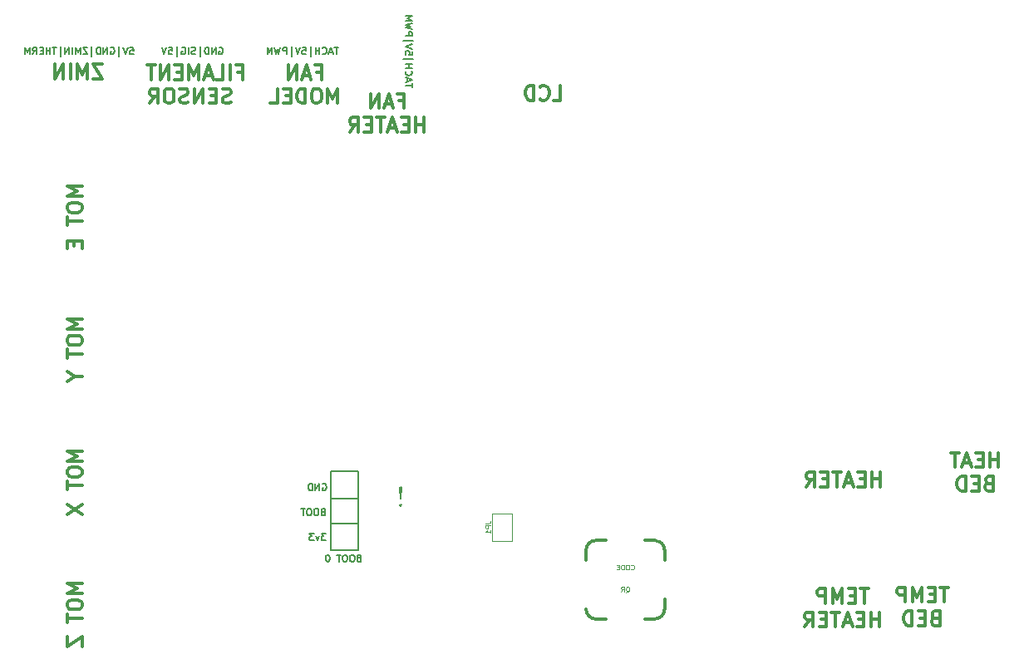
<source format=gbr>
%TF.GenerationSoftware,KiCad,Pcbnew,(6.0.2)*%
%TF.CreationDate,2022-04-18T10:54:02+08:00*%
%TF.ProjectId,BUDDY_v1.0.0,42554444-595f-4763-912e-302e302e6b69,v1.0.0*%
%TF.SameCoordinates,Original*%
%TF.FileFunction,Legend,Bot*%
%TF.FilePolarity,Positive*%
%FSLAX46Y46*%
G04 Gerber Fmt 4.6, Leading zero omitted, Abs format (unit mm)*
G04 Created by KiCad (PCBNEW (6.0.2)) date 2022-04-18 10:54:02*
%MOMM*%
%LPD*%
G01*
G04 APERTURE LIST*
%ADD10C,0.200000*%
%ADD11C,0.300000*%
%ADD12C,0.175000*%
%ADD13C,0.100000*%
%ADD14C,0.120000*%
G04 APERTURE END LIST*
D10*
X130810000Y-113030000D02*
X128016000Y-113030000D01*
X130810000Y-115697000D02*
X130810000Y-107696000D01*
X128016000Y-107696000D02*
X128016000Y-115697000D01*
X128016000Y-115697000D02*
X130810000Y-115697000D01*
X128016000Y-110490000D02*
X130810000Y-110490000D01*
X128016000Y-107696000D02*
X130810000Y-107696000D01*
D11*
X126563285Y-67011357D02*
X127063285Y-67011357D01*
X127063285Y-67797071D02*
X127063285Y-66297071D01*
X126349000Y-66297071D01*
X125849000Y-67368500D02*
X125134714Y-67368500D01*
X125991857Y-67797071D02*
X125491857Y-66297071D01*
X124991857Y-67797071D01*
X124491857Y-67797071D02*
X124491857Y-66297071D01*
X123634714Y-67797071D01*
X123634714Y-66297071D01*
X128670428Y-70212071D02*
X128670428Y-68712071D01*
X128170428Y-69783500D01*
X127670428Y-68712071D01*
X127670428Y-70212071D01*
X126670428Y-68712071D02*
X126384714Y-68712071D01*
X126241857Y-68783500D01*
X126099000Y-68926357D01*
X126027571Y-69212071D01*
X126027571Y-69712071D01*
X126099000Y-69997785D01*
X126241857Y-70140642D01*
X126384714Y-70212071D01*
X126670428Y-70212071D01*
X126813285Y-70140642D01*
X126956142Y-69997785D01*
X127027571Y-69712071D01*
X127027571Y-69212071D01*
X126956142Y-68926357D01*
X126813285Y-68783500D01*
X126670428Y-68712071D01*
X125384714Y-70212071D02*
X125384714Y-68712071D01*
X125027571Y-68712071D01*
X124813285Y-68783500D01*
X124670428Y-68926357D01*
X124599000Y-69069214D01*
X124527571Y-69354928D01*
X124527571Y-69569214D01*
X124599000Y-69854928D01*
X124670428Y-69997785D01*
X124813285Y-70140642D01*
X125027571Y-70212071D01*
X125384714Y-70212071D01*
X123884714Y-69426357D02*
X123384714Y-69426357D01*
X123170428Y-70212071D02*
X123884714Y-70212071D01*
X123884714Y-68712071D01*
X123170428Y-68712071D01*
X121813285Y-70212071D02*
X122527571Y-70212071D01*
X122527571Y-68712071D01*
D12*
X128761666Y-64513666D02*
X128361666Y-64513666D01*
X128561666Y-65213666D02*
X128561666Y-64513666D01*
X128161666Y-65013666D02*
X127828333Y-65013666D01*
X128228333Y-65213666D02*
X127995000Y-64513666D01*
X127761666Y-65213666D01*
X127128333Y-65147000D02*
X127161666Y-65180333D01*
X127261666Y-65213666D01*
X127328333Y-65213666D01*
X127428333Y-65180333D01*
X127495000Y-65113666D01*
X127528333Y-65047000D01*
X127561666Y-64913666D01*
X127561666Y-64813666D01*
X127528333Y-64680333D01*
X127495000Y-64613666D01*
X127428333Y-64547000D01*
X127328333Y-64513666D01*
X127261666Y-64513666D01*
X127161666Y-64547000D01*
X127128333Y-64580333D01*
X126828333Y-65213666D02*
X126828333Y-64513666D01*
X126828333Y-64847000D02*
X126428333Y-64847000D01*
X126428333Y-65213666D02*
X126428333Y-64513666D01*
X125928333Y-65447000D02*
X125928333Y-64447000D01*
X125095000Y-64513666D02*
X125428333Y-64513666D01*
X125461666Y-64847000D01*
X125428333Y-64813666D01*
X125361666Y-64780333D01*
X125195000Y-64780333D01*
X125128333Y-64813666D01*
X125095000Y-64847000D01*
X125061666Y-64913666D01*
X125061666Y-65080333D01*
X125095000Y-65147000D01*
X125128333Y-65180333D01*
X125195000Y-65213666D01*
X125361666Y-65213666D01*
X125428333Y-65180333D01*
X125461666Y-65147000D01*
X124861666Y-64513666D02*
X124628333Y-65213666D01*
X124395000Y-64513666D01*
X123995000Y-65447000D02*
X123995000Y-64447000D01*
X123495000Y-65213666D02*
X123495000Y-64513666D01*
X123228333Y-64513666D01*
X123161666Y-64547000D01*
X123128333Y-64580333D01*
X123095000Y-64647000D01*
X123095000Y-64747000D01*
X123128333Y-64813666D01*
X123161666Y-64847000D01*
X123228333Y-64880333D01*
X123495000Y-64880333D01*
X122861666Y-64513666D02*
X122695000Y-65213666D01*
X122561666Y-64713666D01*
X122428333Y-65213666D01*
X122261666Y-64513666D01*
X121995000Y-65213666D02*
X121995000Y-64513666D01*
X121761666Y-65013666D01*
X121528333Y-64513666D01*
X121528333Y-65213666D01*
X136273333Y-68563666D02*
X136273333Y-68163666D01*
X135573333Y-68363666D02*
X136273333Y-68363666D01*
X135773333Y-67963666D02*
X135773333Y-67630333D01*
X135573333Y-68030333D02*
X136273333Y-67797000D01*
X135573333Y-67563666D01*
X135640000Y-66930333D02*
X135606666Y-66963666D01*
X135573333Y-67063666D01*
X135573333Y-67130333D01*
X135606666Y-67230333D01*
X135673333Y-67297000D01*
X135740000Y-67330333D01*
X135873333Y-67363666D01*
X135973333Y-67363666D01*
X136106666Y-67330333D01*
X136173333Y-67297000D01*
X136240000Y-67230333D01*
X136273333Y-67130333D01*
X136273333Y-67063666D01*
X136240000Y-66963666D01*
X136206666Y-66930333D01*
X135573333Y-66630333D02*
X136273333Y-66630333D01*
X135940000Y-66630333D02*
X135940000Y-66230333D01*
X135573333Y-66230333D02*
X136273333Y-66230333D01*
X135340000Y-65730333D02*
X136340000Y-65730333D01*
X136273333Y-64897000D02*
X136273333Y-65230333D01*
X135940000Y-65263666D01*
X135973333Y-65230333D01*
X136006666Y-65163666D01*
X136006666Y-64997000D01*
X135973333Y-64930333D01*
X135940000Y-64897000D01*
X135873333Y-64863666D01*
X135706666Y-64863666D01*
X135640000Y-64897000D01*
X135606666Y-64930333D01*
X135573333Y-64997000D01*
X135573333Y-65163666D01*
X135606666Y-65230333D01*
X135640000Y-65263666D01*
X136273333Y-64663666D02*
X135573333Y-64430333D01*
X136273333Y-64197000D01*
X135340000Y-63797000D02*
X136340000Y-63797000D01*
X135573333Y-63297000D02*
X136273333Y-63297000D01*
X136273333Y-63030333D01*
X136240000Y-62963666D01*
X136206666Y-62930333D01*
X136140000Y-62897000D01*
X136040000Y-62897000D01*
X135973333Y-62930333D01*
X135940000Y-62963666D01*
X135906666Y-63030333D01*
X135906666Y-63297000D01*
X136273333Y-62663666D02*
X135573333Y-62497000D01*
X136073333Y-62363666D01*
X135573333Y-62230333D01*
X136273333Y-62063666D01*
X135573333Y-61797000D02*
X136273333Y-61797000D01*
X135773333Y-61563666D01*
X136273333Y-61330333D01*
X135573333Y-61330333D01*
X116602333Y-64547000D02*
X116669000Y-64513666D01*
X116769000Y-64513666D01*
X116869000Y-64547000D01*
X116935666Y-64613666D01*
X116969000Y-64680333D01*
X117002333Y-64813666D01*
X117002333Y-64913666D01*
X116969000Y-65047000D01*
X116935666Y-65113666D01*
X116869000Y-65180333D01*
X116769000Y-65213666D01*
X116702333Y-65213666D01*
X116602333Y-65180333D01*
X116569000Y-65147000D01*
X116569000Y-64913666D01*
X116702333Y-64913666D01*
X116269000Y-65213666D02*
X116269000Y-64513666D01*
X115869000Y-65213666D01*
X115869000Y-64513666D01*
X115535666Y-65213666D02*
X115535666Y-64513666D01*
X115369000Y-64513666D01*
X115269000Y-64547000D01*
X115202333Y-64613666D01*
X115169000Y-64680333D01*
X115135666Y-64813666D01*
X115135666Y-64913666D01*
X115169000Y-65047000D01*
X115202333Y-65113666D01*
X115269000Y-65180333D01*
X115369000Y-65213666D01*
X115535666Y-65213666D01*
X114669000Y-65447000D02*
X114669000Y-64447000D01*
X114202333Y-65180333D02*
X114102333Y-65213666D01*
X113935666Y-65213666D01*
X113869000Y-65180333D01*
X113835666Y-65147000D01*
X113802333Y-65080333D01*
X113802333Y-65013666D01*
X113835666Y-64947000D01*
X113869000Y-64913666D01*
X113935666Y-64880333D01*
X114069000Y-64847000D01*
X114135666Y-64813666D01*
X114169000Y-64780333D01*
X114202333Y-64713666D01*
X114202333Y-64647000D01*
X114169000Y-64580333D01*
X114135666Y-64547000D01*
X114069000Y-64513666D01*
X113902333Y-64513666D01*
X113802333Y-64547000D01*
X113502333Y-65213666D02*
X113502333Y-64513666D01*
X112802333Y-64547000D02*
X112869000Y-64513666D01*
X112969000Y-64513666D01*
X113069000Y-64547000D01*
X113135666Y-64613666D01*
X113169000Y-64680333D01*
X113202333Y-64813666D01*
X113202333Y-64913666D01*
X113169000Y-65047000D01*
X113135666Y-65113666D01*
X113069000Y-65180333D01*
X112969000Y-65213666D01*
X112902333Y-65213666D01*
X112802333Y-65180333D01*
X112769000Y-65147000D01*
X112769000Y-64913666D01*
X112902333Y-64913666D01*
X112302333Y-65447000D02*
X112302333Y-64447000D01*
X111469000Y-64513666D02*
X111802333Y-64513666D01*
X111835666Y-64847000D01*
X111802333Y-64813666D01*
X111735666Y-64780333D01*
X111569000Y-64780333D01*
X111502333Y-64813666D01*
X111469000Y-64847000D01*
X111435666Y-64913666D01*
X111435666Y-65080333D01*
X111469000Y-65147000D01*
X111502333Y-65180333D01*
X111569000Y-65213666D01*
X111735666Y-65213666D01*
X111802333Y-65180333D01*
X111835666Y-65147000D01*
X111235666Y-64513666D02*
X111002333Y-65213666D01*
X110769000Y-64513666D01*
D11*
X118522142Y-67011357D02*
X119022142Y-67011357D01*
X119022142Y-67797071D02*
X119022142Y-66297071D01*
X118307857Y-66297071D01*
X117736428Y-67797071D02*
X117736428Y-66297071D01*
X116307857Y-67797071D02*
X117022142Y-67797071D01*
X117022142Y-66297071D01*
X115879285Y-67368500D02*
X115165000Y-67368500D01*
X116022142Y-67797071D02*
X115522142Y-66297071D01*
X115022142Y-67797071D01*
X114522142Y-67797071D02*
X114522142Y-66297071D01*
X114022142Y-67368500D01*
X113522142Y-66297071D01*
X113522142Y-67797071D01*
X112807857Y-67011357D02*
X112307857Y-67011357D01*
X112093571Y-67797071D02*
X112807857Y-67797071D01*
X112807857Y-66297071D01*
X112093571Y-66297071D01*
X111450714Y-67797071D02*
X111450714Y-66297071D01*
X110593571Y-67797071D01*
X110593571Y-66297071D01*
X110093571Y-66297071D02*
X109236428Y-66297071D01*
X109665000Y-67797071D02*
X109665000Y-66297071D01*
X117807857Y-70140642D02*
X117593571Y-70212071D01*
X117236428Y-70212071D01*
X117093571Y-70140642D01*
X117022142Y-70069214D01*
X116950714Y-69926357D01*
X116950714Y-69783500D01*
X117022142Y-69640642D01*
X117093571Y-69569214D01*
X117236428Y-69497785D01*
X117522142Y-69426357D01*
X117665000Y-69354928D01*
X117736428Y-69283500D01*
X117807857Y-69140642D01*
X117807857Y-68997785D01*
X117736428Y-68854928D01*
X117665000Y-68783500D01*
X117522142Y-68712071D01*
X117165000Y-68712071D01*
X116950714Y-68783500D01*
X116307857Y-69426357D02*
X115807857Y-69426357D01*
X115593571Y-70212071D02*
X116307857Y-70212071D01*
X116307857Y-68712071D01*
X115593571Y-68712071D01*
X114950714Y-70212071D02*
X114950714Y-68712071D01*
X114093571Y-70212071D01*
X114093571Y-68712071D01*
X113450714Y-70140642D02*
X113236428Y-70212071D01*
X112879285Y-70212071D01*
X112736428Y-70140642D01*
X112665000Y-70069214D01*
X112593571Y-69926357D01*
X112593571Y-69783500D01*
X112665000Y-69640642D01*
X112736428Y-69569214D01*
X112879285Y-69497785D01*
X113165000Y-69426357D01*
X113307857Y-69354928D01*
X113379285Y-69283500D01*
X113450714Y-69140642D01*
X113450714Y-68997785D01*
X113379285Y-68854928D01*
X113307857Y-68783500D01*
X113165000Y-68712071D01*
X112807857Y-68712071D01*
X112593571Y-68783500D01*
X111665000Y-68712071D02*
X111379285Y-68712071D01*
X111236428Y-68783500D01*
X111093571Y-68926357D01*
X111022142Y-69212071D01*
X111022142Y-69712071D01*
X111093571Y-69997785D01*
X111236428Y-70140642D01*
X111379285Y-70212071D01*
X111665000Y-70212071D01*
X111807857Y-70140642D01*
X111950714Y-69997785D01*
X112022142Y-69712071D01*
X112022142Y-69212071D01*
X111950714Y-68926357D01*
X111807857Y-68783500D01*
X111665000Y-68712071D01*
X109522142Y-70212071D02*
X110022142Y-69497785D01*
X110379285Y-70212071D02*
X110379285Y-68712071D01*
X109807857Y-68712071D01*
X109665000Y-68783500D01*
X109593571Y-68854928D01*
X109522142Y-68997785D01*
X109522142Y-69212071D01*
X109593571Y-69354928D01*
X109665000Y-69426357D01*
X109807857Y-69497785D01*
X110379285Y-69497785D01*
X104735000Y-66234571D02*
X103735000Y-66234571D01*
X104735000Y-67734571D01*
X103735000Y-67734571D01*
X103163571Y-67734571D02*
X103163571Y-66234571D01*
X102663571Y-67306000D01*
X102163571Y-66234571D01*
X102163571Y-67734571D01*
X101449285Y-67734571D02*
X101449285Y-66234571D01*
X100735000Y-67734571D02*
X100735000Y-66234571D01*
X99877857Y-67734571D01*
X99877857Y-66234571D01*
D12*
X107528666Y-64513666D02*
X107862000Y-64513666D01*
X107895333Y-64847000D01*
X107862000Y-64813666D01*
X107795333Y-64780333D01*
X107628666Y-64780333D01*
X107562000Y-64813666D01*
X107528666Y-64847000D01*
X107495333Y-64913666D01*
X107495333Y-65080333D01*
X107528666Y-65147000D01*
X107562000Y-65180333D01*
X107628666Y-65213666D01*
X107795333Y-65213666D01*
X107862000Y-65180333D01*
X107895333Y-65147000D01*
X107295333Y-64513666D02*
X107062000Y-65213666D01*
X106828666Y-64513666D01*
X106428666Y-65447000D02*
X106428666Y-64447000D01*
X105562000Y-64547000D02*
X105628666Y-64513666D01*
X105728666Y-64513666D01*
X105828666Y-64547000D01*
X105895333Y-64613666D01*
X105928666Y-64680333D01*
X105962000Y-64813666D01*
X105962000Y-64913666D01*
X105928666Y-65047000D01*
X105895333Y-65113666D01*
X105828666Y-65180333D01*
X105728666Y-65213666D01*
X105662000Y-65213666D01*
X105562000Y-65180333D01*
X105528666Y-65147000D01*
X105528666Y-64913666D01*
X105662000Y-64913666D01*
X105228666Y-65213666D02*
X105228666Y-64513666D01*
X104828666Y-65213666D01*
X104828666Y-64513666D01*
X104495333Y-65213666D02*
X104495333Y-64513666D01*
X104328666Y-64513666D01*
X104228666Y-64547000D01*
X104162000Y-64613666D01*
X104128666Y-64680333D01*
X104095333Y-64813666D01*
X104095333Y-64913666D01*
X104128666Y-65047000D01*
X104162000Y-65113666D01*
X104228666Y-65180333D01*
X104328666Y-65213666D01*
X104495333Y-65213666D01*
X103628666Y-65447000D02*
X103628666Y-64447000D01*
X103195333Y-64513666D02*
X102728666Y-64513666D01*
X103195333Y-65213666D01*
X102728666Y-65213666D01*
X102462000Y-65213666D02*
X102462000Y-64513666D01*
X102228666Y-65013666D01*
X101995333Y-64513666D01*
X101995333Y-65213666D01*
X101662000Y-65213666D02*
X101662000Y-64513666D01*
X101328666Y-65213666D02*
X101328666Y-64513666D01*
X100928666Y-65213666D01*
X100928666Y-64513666D01*
X100428666Y-65447000D02*
X100428666Y-64447000D01*
X100028666Y-64513666D02*
X99628666Y-64513666D01*
X99828666Y-65213666D02*
X99828666Y-64513666D01*
X99395333Y-65213666D02*
X99395333Y-64513666D01*
X99395333Y-64847000D02*
X98995333Y-64847000D01*
X98995333Y-65213666D02*
X98995333Y-64513666D01*
X98662000Y-64847000D02*
X98428666Y-64847000D01*
X98328666Y-65213666D02*
X98662000Y-65213666D01*
X98662000Y-64513666D01*
X98328666Y-64513666D01*
X97628666Y-65213666D02*
X97862000Y-64880333D01*
X98028666Y-65213666D02*
X98028666Y-64513666D01*
X97762000Y-64513666D01*
X97695333Y-64547000D01*
X97662000Y-64580333D01*
X97628666Y-64647000D01*
X97628666Y-64747000D01*
X97662000Y-64813666D01*
X97695333Y-64847000D01*
X97762000Y-64880333D01*
X98028666Y-64880333D01*
X97328666Y-65213666D02*
X97328666Y-64513666D01*
X97095333Y-65013666D01*
X96862000Y-64513666D01*
X96862000Y-65213666D01*
D11*
X150641714Y-69893571D02*
X151356000Y-69893571D01*
X151356000Y-68393571D01*
X149284571Y-69750714D02*
X149356000Y-69822142D01*
X149570285Y-69893571D01*
X149713142Y-69893571D01*
X149927428Y-69822142D01*
X150070285Y-69679285D01*
X150141714Y-69536428D01*
X150213142Y-69250714D01*
X150213142Y-69036428D01*
X150141714Y-68750714D01*
X150070285Y-68607857D01*
X149927428Y-68465000D01*
X149713142Y-68393571D01*
X149570285Y-68393571D01*
X149356000Y-68465000D01*
X149284571Y-68536428D01*
X148641714Y-69893571D02*
X148641714Y-68393571D01*
X148284571Y-68393571D01*
X148070285Y-68465000D01*
X147927428Y-68607857D01*
X147856000Y-68750714D01*
X147784571Y-69036428D01*
X147784571Y-69250714D01*
X147856000Y-69536428D01*
X147927428Y-69679285D01*
X148070285Y-69822142D01*
X148284571Y-69893571D01*
X148641714Y-69893571D01*
D12*
X130836000Y-116536000D02*
X130736000Y-116569333D01*
X130702666Y-116602666D01*
X130669333Y-116669333D01*
X130669333Y-116769333D01*
X130702666Y-116836000D01*
X130736000Y-116869333D01*
X130802666Y-116902666D01*
X131069333Y-116902666D01*
X131069333Y-116202666D01*
X130836000Y-116202666D01*
X130769333Y-116236000D01*
X130736000Y-116269333D01*
X130702666Y-116336000D01*
X130702666Y-116402666D01*
X130736000Y-116469333D01*
X130769333Y-116502666D01*
X130836000Y-116536000D01*
X131069333Y-116536000D01*
X130236000Y-116202666D02*
X130102666Y-116202666D01*
X130036000Y-116236000D01*
X129969333Y-116302666D01*
X129936000Y-116436000D01*
X129936000Y-116669333D01*
X129969333Y-116802666D01*
X130036000Y-116869333D01*
X130102666Y-116902666D01*
X130236000Y-116902666D01*
X130302666Y-116869333D01*
X130369333Y-116802666D01*
X130402666Y-116669333D01*
X130402666Y-116436000D01*
X130369333Y-116302666D01*
X130302666Y-116236000D01*
X130236000Y-116202666D01*
X129502666Y-116202666D02*
X129369333Y-116202666D01*
X129302666Y-116236000D01*
X129236000Y-116302666D01*
X129202666Y-116436000D01*
X129202666Y-116669333D01*
X129236000Y-116802666D01*
X129302666Y-116869333D01*
X129369333Y-116902666D01*
X129502666Y-116902666D01*
X129569333Y-116869333D01*
X129636000Y-116802666D01*
X129669333Y-116669333D01*
X129669333Y-116436000D01*
X129636000Y-116302666D01*
X129569333Y-116236000D01*
X129502666Y-116202666D01*
X129002666Y-116202666D02*
X128602666Y-116202666D01*
X128802666Y-116902666D02*
X128802666Y-116202666D01*
X127702666Y-116202666D02*
X127636000Y-116202666D01*
X127569333Y-116236000D01*
X127536000Y-116269333D01*
X127502666Y-116336000D01*
X127469333Y-116469333D01*
X127469333Y-116636000D01*
X127502666Y-116769333D01*
X127536000Y-116836000D01*
X127569333Y-116869333D01*
X127636000Y-116902666D01*
X127702666Y-116902666D01*
X127769333Y-116869333D01*
X127802666Y-116836000D01*
X127836000Y-116769333D01*
X127869333Y-116636000D01*
X127869333Y-116469333D01*
X127836000Y-116336000D01*
X127802666Y-116269333D01*
X127769333Y-116236000D01*
X127702666Y-116202666D01*
X127152333Y-108997000D02*
X127219000Y-108963666D01*
X127319000Y-108963666D01*
X127419000Y-108997000D01*
X127485666Y-109063666D01*
X127519000Y-109130333D01*
X127552333Y-109263666D01*
X127552333Y-109363666D01*
X127519000Y-109497000D01*
X127485666Y-109563666D01*
X127419000Y-109630333D01*
X127319000Y-109663666D01*
X127252333Y-109663666D01*
X127152333Y-109630333D01*
X127119000Y-109597000D01*
X127119000Y-109363666D01*
X127252333Y-109363666D01*
X126819000Y-109663666D02*
X126819000Y-108963666D01*
X126419000Y-109663666D01*
X126419000Y-108963666D01*
X126085666Y-109663666D02*
X126085666Y-108963666D01*
X125919000Y-108963666D01*
X125819000Y-108997000D01*
X125752333Y-109063666D01*
X125719000Y-109130333D01*
X125685666Y-109263666D01*
X125685666Y-109363666D01*
X125719000Y-109497000D01*
X125752333Y-109563666D01*
X125819000Y-109630333D01*
X125919000Y-109663666D01*
X126085666Y-109663666D01*
X127188000Y-111837000D02*
X127088000Y-111870333D01*
X127054666Y-111903666D01*
X127021333Y-111970333D01*
X127021333Y-112070333D01*
X127054666Y-112137000D01*
X127088000Y-112170333D01*
X127154666Y-112203666D01*
X127421333Y-112203666D01*
X127421333Y-111503666D01*
X127188000Y-111503666D01*
X127121333Y-111537000D01*
X127088000Y-111570333D01*
X127054666Y-111637000D01*
X127054666Y-111703666D01*
X127088000Y-111770333D01*
X127121333Y-111803666D01*
X127188000Y-111837000D01*
X127421333Y-111837000D01*
X126588000Y-111503666D02*
X126454666Y-111503666D01*
X126388000Y-111537000D01*
X126321333Y-111603666D01*
X126288000Y-111737000D01*
X126288000Y-111970333D01*
X126321333Y-112103666D01*
X126388000Y-112170333D01*
X126454666Y-112203666D01*
X126588000Y-112203666D01*
X126654666Y-112170333D01*
X126721333Y-112103666D01*
X126754666Y-111970333D01*
X126754666Y-111737000D01*
X126721333Y-111603666D01*
X126654666Y-111537000D01*
X126588000Y-111503666D01*
X125854666Y-111503666D02*
X125721333Y-111503666D01*
X125654666Y-111537000D01*
X125588000Y-111603666D01*
X125554666Y-111737000D01*
X125554666Y-111970333D01*
X125588000Y-112103666D01*
X125654666Y-112170333D01*
X125721333Y-112203666D01*
X125854666Y-112203666D01*
X125921333Y-112170333D01*
X125988000Y-112103666D01*
X126021333Y-111970333D01*
X126021333Y-111737000D01*
X125988000Y-111603666D01*
X125921333Y-111537000D01*
X125854666Y-111503666D01*
X125354666Y-111503666D02*
X124954666Y-111503666D01*
X125154666Y-112203666D02*
X125154666Y-111503666D01*
X127452333Y-114043666D02*
X127019000Y-114043666D01*
X127252333Y-114310333D01*
X127152333Y-114310333D01*
X127085666Y-114343666D01*
X127052333Y-114377000D01*
X127019000Y-114443666D01*
X127019000Y-114610333D01*
X127052333Y-114677000D01*
X127085666Y-114710333D01*
X127152333Y-114743666D01*
X127352333Y-114743666D01*
X127419000Y-114710333D01*
X127452333Y-114677000D01*
X126785666Y-114277000D02*
X126619000Y-114743666D01*
X126452333Y-114277000D01*
X126252333Y-114043666D02*
X125819000Y-114043666D01*
X126052333Y-114310333D01*
X125952333Y-114310333D01*
X125885666Y-114343666D01*
X125852333Y-114377000D01*
X125819000Y-114443666D01*
X125819000Y-114610333D01*
X125852333Y-114677000D01*
X125885666Y-114710333D01*
X125952333Y-114743666D01*
X126152333Y-114743666D01*
X126219000Y-114710333D01*
X126252333Y-114677000D01*
D11*
X102630571Y-119142142D02*
X101130571Y-119142142D01*
X102202000Y-119642142D01*
X101130571Y-120142142D01*
X102630571Y-120142142D01*
X101130571Y-121142142D02*
X101130571Y-121427857D01*
X101202000Y-121570714D01*
X101344857Y-121713571D01*
X101630571Y-121785000D01*
X102130571Y-121785000D01*
X102416285Y-121713571D01*
X102559142Y-121570714D01*
X102630571Y-121427857D01*
X102630571Y-121142142D01*
X102559142Y-120999285D01*
X102416285Y-120856428D01*
X102130571Y-120785000D01*
X101630571Y-120785000D01*
X101344857Y-120856428D01*
X101202000Y-120999285D01*
X101130571Y-121142142D01*
X101130571Y-122213571D02*
X101130571Y-123070714D01*
X102630571Y-122642142D02*
X101130571Y-122642142D01*
X101130571Y-124570714D02*
X101130571Y-125570714D01*
X102630571Y-124570714D01*
X102630571Y-125570714D01*
X102630571Y-105642142D02*
X101130571Y-105642142D01*
X102202000Y-106142142D01*
X101130571Y-106642142D01*
X102630571Y-106642142D01*
X101130571Y-107642142D02*
X101130571Y-107927857D01*
X101202000Y-108070714D01*
X101344857Y-108213571D01*
X101630571Y-108285000D01*
X102130571Y-108285000D01*
X102416285Y-108213571D01*
X102559142Y-108070714D01*
X102630571Y-107927857D01*
X102630571Y-107642142D01*
X102559142Y-107499285D01*
X102416285Y-107356428D01*
X102130571Y-107285000D01*
X101630571Y-107285000D01*
X101344857Y-107356428D01*
X101202000Y-107499285D01*
X101130571Y-107642142D01*
X101130571Y-108713571D02*
X101130571Y-109570714D01*
X102630571Y-109142142D02*
X101130571Y-109142142D01*
X101130571Y-111070714D02*
X102630571Y-112070714D01*
X101130571Y-112070714D02*
X102630571Y-111070714D01*
X102630571Y-92213571D02*
X101130571Y-92213571D01*
X102202000Y-92713571D01*
X101130571Y-93213571D01*
X102630571Y-93213571D01*
X101130571Y-94213571D02*
X101130571Y-94499285D01*
X101202000Y-94642142D01*
X101344857Y-94785000D01*
X101630571Y-94856428D01*
X102130571Y-94856428D01*
X102416285Y-94785000D01*
X102559142Y-94642142D01*
X102630571Y-94499285D01*
X102630571Y-94213571D01*
X102559142Y-94070714D01*
X102416285Y-93927857D01*
X102130571Y-93856428D01*
X101630571Y-93856428D01*
X101344857Y-93927857D01*
X101202000Y-94070714D01*
X101130571Y-94213571D01*
X101130571Y-95285000D02*
X101130571Y-96142142D01*
X102630571Y-95713571D02*
X101130571Y-95713571D01*
X101916285Y-98070714D02*
X102630571Y-98070714D01*
X101130571Y-97570714D02*
X101916285Y-98070714D01*
X101130571Y-98570714D01*
X102630571Y-78677857D02*
X101130571Y-78677857D01*
X102202000Y-79177857D01*
X101130571Y-79677857D01*
X102630571Y-79677857D01*
X101130571Y-80677857D02*
X101130571Y-80963571D01*
X101202000Y-81106428D01*
X101344857Y-81249285D01*
X101630571Y-81320714D01*
X102130571Y-81320714D01*
X102416285Y-81249285D01*
X102559142Y-81106428D01*
X102630571Y-80963571D01*
X102630571Y-80677857D01*
X102559142Y-80535000D01*
X102416285Y-80392142D01*
X102130571Y-80320714D01*
X101630571Y-80320714D01*
X101344857Y-80392142D01*
X101202000Y-80535000D01*
X101130571Y-80677857D01*
X101130571Y-81749285D02*
X101130571Y-82606428D01*
X102630571Y-82177857D02*
X101130571Y-82177857D01*
X101844857Y-84249285D02*
X101844857Y-84749285D01*
X102630571Y-84963571D02*
X102630571Y-84249285D01*
X101130571Y-84249285D01*
X101130571Y-84963571D01*
D10*
X135128000Y-111077285D02*
X135223238Y-111172523D01*
X135128000Y-111267761D01*
X135032761Y-111172523D01*
X135128000Y-111077285D01*
X135128000Y-111267761D01*
X135128000Y-110505857D02*
X135032761Y-109363000D01*
X135128000Y-109267761D01*
X135223238Y-109363000D01*
X135128000Y-110505857D01*
X135128000Y-109267761D01*
D11*
X182800285Y-119637071D02*
X181943142Y-119637071D01*
X182371714Y-121137071D02*
X182371714Y-119637071D01*
X181443142Y-120351357D02*
X180943142Y-120351357D01*
X180728857Y-121137071D02*
X181443142Y-121137071D01*
X181443142Y-119637071D01*
X180728857Y-119637071D01*
X180086000Y-121137071D02*
X180086000Y-119637071D01*
X179586000Y-120708500D01*
X179086000Y-119637071D01*
X179086000Y-121137071D01*
X178371714Y-121137071D02*
X178371714Y-119637071D01*
X177800285Y-119637071D01*
X177657428Y-119708500D01*
X177586000Y-119779928D01*
X177514571Y-119922785D01*
X177514571Y-120137071D01*
X177586000Y-120279928D01*
X177657428Y-120351357D01*
X177800285Y-120422785D01*
X178371714Y-120422785D01*
X183836000Y-123552071D02*
X183836000Y-122052071D01*
X183836000Y-122766357D02*
X182978857Y-122766357D01*
X182978857Y-123552071D02*
X182978857Y-122052071D01*
X182264571Y-122766357D02*
X181764571Y-122766357D01*
X181550285Y-123552071D02*
X182264571Y-123552071D01*
X182264571Y-122052071D01*
X181550285Y-122052071D01*
X180978857Y-123123500D02*
X180264571Y-123123500D01*
X181121714Y-123552071D02*
X180621714Y-122052071D01*
X180121714Y-123552071D01*
X179836000Y-122052071D02*
X178978857Y-122052071D01*
X179407428Y-123552071D02*
X179407428Y-122052071D01*
X178478857Y-122766357D02*
X177978857Y-122766357D01*
X177764571Y-123552071D02*
X178478857Y-123552071D01*
X178478857Y-122052071D01*
X177764571Y-122052071D01*
X176264571Y-123552071D02*
X176764571Y-122837785D01*
X177121714Y-123552071D02*
X177121714Y-122052071D01*
X176550285Y-122052071D01*
X176407428Y-122123500D01*
X176336000Y-122194928D01*
X176264571Y-122337785D01*
X176264571Y-122552071D01*
X176336000Y-122694928D01*
X176407428Y-122766357D01*
X176550285Y-122837785D01*
X177121714Y-122837785D01*
X190928285Y-119510071D02*
X190071142Y-119510071D01*
X190499714Y-121010071D02*
X190499714Y-119510071D01*
X189571142Y-120224357D02*
X189071142Y-120224357D01*
X188856857Y-121010071D02*
X189571142Y-121010071D01*
X189571142Y-119510071D01*
X188856857Y-119510071D01*
X188214000Y-121010071D02*
X188214000Y-119510071D01*
X187714000Y-120581500D01*
X187214000Y-119510071D01*
X187214000Y-121010071D01*
X186499714Y-121010071D02*
X186499714Y-119510071D01*
X185928285Y-119510071D01*
X185785428Y-119581500D01*
X185714000Y-119652928D01*
X185642571Y-119795785D01*
X185642571Y-120010071D01*
X185714000Y-120152928D01*
X185785428Y-120224357D01*
X185928285Y-120295785D01*
X186499714Y-120295785D01*
X189535428Y-122639357D02*
X189321142Y-122710785D01*
X189249714Y-122782214D01*
X189178285Y-122925071D01*
X189178285Y-123139357D01*
X189249714Y-123282214D01*
X189321142Y-123353642D01*
X189464000Y-123425071D01*
X190035428Y-123425071D01*
X190035428Y-121925071D01*
X189535428Y-121925071D01*
X189392571Y-121996500D01*
X189321142Y-122067928D01*
X189249714Y-122210785D01*
X189249714Y-122353642D01*
X189321142Y-122496500D01*
X189392571Y-122567928D01*
X189535428Y-122639357D01*
X190035428Y-122639357D01*
X188535428Y-122639357D02*
X188035428Y-122639357D01*
X187821142Y-123425071D02*
X188535428Y-123425071D01*
X188535428Y-121925071D01*
X187821142Y-121925071D01*
X187178285Y-123425071D02*
X187178285Y-121925071D01*
X186821142Y-121925071D01*
X186606857Y-121996500D01*
X186464000Y-122139357D01*
X186392571Y-122282214D01*
X186321142Y-122567928D01*
X186321142Y-122782214D01*
X186392571Y-123067928D01*
X186464000Y-123210785D01*
X186606857Y-123353642D01*
X186821142Y-123425071D01*
X187178285Y-123425071D01*
X183963000Y-109263571D02*
X183963000Y-107763571D01*
X183963000Y-108477857D02*
X183105857Y-108477857D01*
X183105857Y-109263571D02*
X183105857Y-107763571D01*
X182391571Y-108477857D02*
X181891571Y-108477857D01*
X181677285Y-109263571D02*
X182391571Y-109263571D01*
X182391571Y-107763571D01*
X181677285Y-107763571D01*
X181105857Y-108835000D02*
X180391571Y-108835000D01*
X181248714Y-109263571D02*
X180748714Y-107763571D01*
X180248714Y-109263571D01*
X179963000Y-107763571D02*
X179105857Y-107763571D01*
X179534428Y-109263571D02*
X179534428Y-107763571D01*
X178605857Y-108477857D02*
X178105857Y-108477857D01*
X177891571Y-109263571D02*
X178605857Y-109263571D01*
X178605857Y-107763571D01*
X177891571Y-107763571D01*
X176391571Y-109263571D02*
X176891571Y-108549285D01*
X177248714Y-109263571D02*
X177248714Y-107763571D01*
X176677285Y-107763571D01*
X176534428Y-107835000D01*
X176463000Y-107906428D01*
X176391571Y-108049285D01*
X176391571Y-108263571D01*
X176463000Y-108406428D01*
X176534428Y-108477857D01*
X176677285Y-108549285D01*
X177248714Y-108549285D01*
X195996428Y-107294071D02*
X195996428Y-105794071D01*
X195996428Y-106508357D02*
X195139285Y-106508357D01*
X195139285Y-107294071D02*
X195139285Y-105794071D01*
X194425000Y-106508357D02*
X193925000Y-106508357D01*
X193710714Y-107294071D02*
X194425000Y-107294071D01*
X194425000Y-105794071D01*
X193710714Y-105794071D01*
X193139285Y-106865500D02*
X192425000Y-106865500D01*
X193282142Y-107294071D02*
X192782142Y-105794071D01*
X192282142Y-107294071D01*
X191996428Y-105794071D02*
X191139285Y-105794071D01*
X191567857Y-107294071D02*
X191567857Y-105794071D01*
X194996428Y-108923357D02*
X194782142Y-108994785D01*
X194710714Y-109066214D01*
X194639285Y-109209071D01*
X194639285Y-109423357D01*
X194710714Y-109566214D01*
X194782142Y-109637642D01*
X194925000Y-109709071D01*
X195496428Y-109709071D01*
X195496428Y-108209071D01*
X194996428Y-108209071D01*
X194853571Y-108280500D01*
X194782142Y-108351928D01*
X194710714Y-108494785D01*
X194710714Y-108637642D01*
X194782142Y-108780500D01*
X194853571Y-108851928D01*
X194996428Y-108923357D01*
X195496428Y-108923357D01*
X193996428Y-108923357D02*
X193496428Y-108923357D01*
X193282142Y-109709071D02*
X193996428Y-109709071D01*
X193996428Y-108209071D01*
X193282142Y-108209071D01*
X192639285Y-109709071D02*
X192639285Y-108209071D01*
X192282142Y-108209071D01*
X192067857Y-108280500D01*
X191925000Y-108423357D01*
X191853571Y-108566214D01*
X191782142Y-108851928D01*
X191782142Y-109066214D01*
X191853571Y-109351928D01*
X191925000Y-109494785D01*
X192067857Y-109637642D01*
X192282142Y-109709071D01*
X192639285Y-109709071D01*
X134945285Y-69932357D02*
X135445285Y-69932357D01*
X135445285Y-70718071D02*
X135445285Y-69218071D01*
X134731000Y-69218071D01*
X134231000Y-70289500D02*
X133516714Y-70289500D01*
X134373857Y-70718071D02*
X133873857Y-69218071D01*
X133373857Y-70718071D01*
X132873857Y-70718071D02*
X132873857Y-69218071D01*
X132016714Y-70718071D01*
X132016714Y-69218071D01*
X137481000Y-73133071D02*
X137481000Y-71633071D01*
X137481000Y-72347357D02*
X136623857Y-72347357D01*
X136623857Y-73133071D02*
X136623857Y-71633071D01*
X135909571Y-72347357D02*
X135409571Y-72347357D01*
X135195285Y-73133071D02*
X135909571Y-73133071D01*
X135909571Y-71633071D01*
X135195285Y-71633071D01*
X134623857Y-72704500D02*
X133909571Y-72704500D01*
X134766714Y-73133071D02*
X134266714Y-71633071D01*
X133766714Y-73133071D01*
X133481000Y-71633071D02*
X132623857Y-71633071D01*
X133052428Y-73133071D02*
X133052428Y-71633071D01*
X132123857Y-72347357D02*
X131623857Y-72347357D01*
X131409571Y-73133071D02*
X132123857Y-73133071D01*
X132123857Y-71633071D01*
X131409571Y-71633071D01*
X129909571Y-73133071D02*
X130409571Y-72418785D01*
X130766714Y-73133071D02*
X130766714Y-71633071D01*
X130195285Y-71633071D01*
X130052428Y-71704500D01*
X129981000Y-71775928D01*
X129909571Y-71918785D01*
X129909571Y-72133071D01*
X129981000Y-72275928D01*
X130052428Y-72347357D01*
X130195285Y-72418785D01*
X130766714Y-72418785D01*
D13*
%TO.C,REF\u002A\u002A*%
X158571333Y-117673571D02*
X158595142Y-117697380D01*
X158666571Y-117721190D01*
X158714190Y-117721190D01*
X158785619Y-117697380D01*
X158833238Y-117649761D01*
X158857047Y-117602142D01*
X158880857Y-117506904D01*
X158880857Y-117435476D01*
X158857047Y-117340238D01*
X158833238Y-117292619D01*
X158785619Y-117245000D01*
X158714190Y-117221190D01*
X158666571Y-117221190D01*
X158595142Y-117245000D01*
X158571333Y-117268809D01*
X158261809Y-117221190D02*
X158166571Y-117221190D01*
X158118952Y-117245000D01*
X158071333Y-117292619D01*
X158047523Y-117387857D01*
X158047523Y-117554523D01*
X158071333Y-117649761D01*
X158118952Y-117697380D01*
X158166571Y-117721190D01*
X158261809Y-117721190D01*
X158309428Y-117697380D01*
X158357047Y-117649761D01*
X158380857Y-117554523D01*
X158380857Y-117387857D01*
X158357047Y-117292619D01*
X158309428Y-117245000D01*
X158261809Y-117221190D01*
X157833238Y-117721190D02*
X157833238Y-117221190D01*
X157714190Y-117221190D01*
X157642761Y-117245000D01*
X157595142Y-117292619D01*
X157571333Y-117340238D01*
X157547523Y-117435476D01*
X157547523Y-117506904D01*
X157571333Y-117602142D01*
X157595142Y-117649761D01*
X157642761Y-117697380D01*
X157714190Y-117721190D01*
X157833238Y-117721190D01*
X157333238Y-117459285D02*
X157166571Y-117459285D01*
X157095142Y-117721190D02*
X157333238Y-117721190D01*
X157333238Y-117221190D01*
X157095142Y-117221190D01*
X158047523Y-120018809D02*
X158095142Y-119995000D01*
X158142761Y-119947380D01*
X158214190Y-119875952D01*
X158261809Y-119852142D01*
X158309428Y-119852142D01*
X158285619Y-119971190D02*
X158333238Y-119947380D01*
X158380857Y-119899761D01*
X158404666Y-119804523D01*
X158404666Y-119637857D01*
X158380857Y-119542619D01*
X158333238Y-119495000D01*
X158285619Y-119471190D01*
X158190380Y-119471190D01*
X158142761Y-119495000D01*
X158095142Y-119542619D01*
X158071333Y-119637857D01*
X158071333Y-119804523D01*
X158095142Y-119899761D01*
X158142761Y-119947380D01*
X158190380Y-119971190D01*
X158285619Y-119971190D01*
X157571333Y-119971190D02*
X157738000Y-119733095D01*
X157857047Y-119971190D02*
X157857047Y-119471190D01*
X157666571Y-119471190D01*
X157618952Y-119495000D01*
X157595142Y-119518809D01*
X157571333Y-119566428D01*
X157571333Y-119637857D01*
X157595142Y-119685476D01*
X157618952Y-119709285D01*
X157666571Y-119733095D01*
X157857047Y-119733095D01*
%TO.C,JP1*%
X143744190Y-112994333D02*
X144101333Y-112994333D01*
X144172761Y-112970523D01*
X144220380Y-112922904D01*
X144244190Y-112851476D01*
X144244190Y-112803857D01*
X144244190Y-113232428D02*
X143744190Y-113232428D01*
X143744190Y-113422904D01*
X143768000Y-113470523D01*
X143791809Y-113494333D01*
X143839428Y-113518142D01*
X143910857Y-113518142D01*
X143958476Y-113494333D01*
X143982285Y-113470523D01*
X144006095Y-113422904D01*
X144006095Y-113232428D01*
X144244190Y-113994333D02*
X144244190Y-113708619D01*
X144244190Y-113851476D02*
X143744190Y-113851476D01*
X143815619Y-113803857D01*
X143863238Y-113756238D01*
X143887047Y-113708619D01*
D11*
%TO.C,REF\u002A\u002A*%
X161988000Y-115745000D02*
X161988000Y-116745000D01*
X161988000Y-121745000D02*
X161988000Y-120745000D01*
X154988000Y-122745000D02*
X155988000Y-122745000D01*
X160988000Y-114745000D02*
X159988000Y-114745000D01*
X159988000Y-122745000D02*
X160988000Y-122745000D01*
X154988000Y-114745000D02*
X155988000Y-114745000D01*
X153988000Y-115745000D02*
X153988000Y-116745000D01*
X160988000Y-122745000D02*
G75*
G03*
X161988000Y-121745000I1J999999D01*
G01*
X153988000Y-121745000D02*
G75*
G03*
X154988000Y-122745000I999999J-1D01*
G01*
X154988000Y-114745000D02*
G75*
G03*
X153988000Y-115745000I-1J-999999D01*
G01*
X161988000Y-115745000D02*
G75*
G03*
X160988000Y-114745000I-999999J1D01*
G01*
D14*
%TO.C,JP1*%
X146415000Y-112011000D02*
X144415000Y-112011000D01*
X144415000Y-114811000D02*
X146415000Y-114811000D01*
X144415000Y-112011000D02*
X144415000Y-114811000D01*
X146415000Y-114811000D02*
X146415000Y-112011000D01*
%TD*%
M02*

</source>
